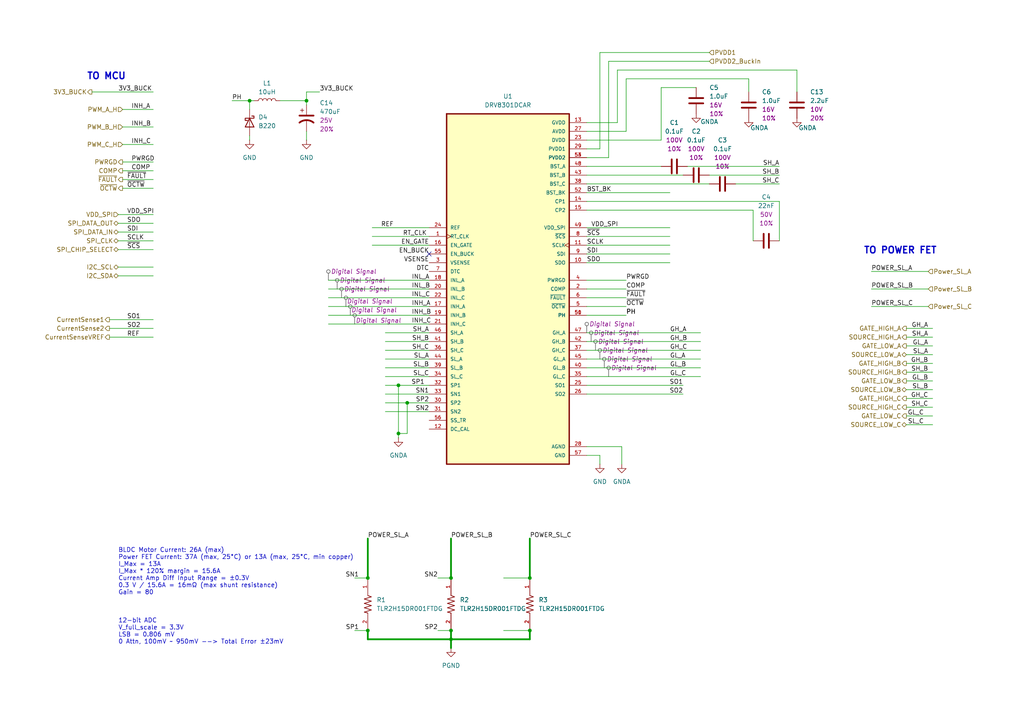
<source format=kicad_sch>
(kicad_sch (version 20250114) (generator "eeschema") (generator_version "9.0")
  (paper "A4")
  (lib_symbols
    (symbol "0.1uF_0603_100V_10%_1" (pin_numbers (hide yes)) (pin_names (offset 0.254))
      (property "Reference" "C1" (at 12.7 0 90))
      (property "Value" "0.1uF" (at 10.16 0 90))
      (property "Voltage" "100V" (at 7.62 0 90))
      (property "Tolerance" "10%" (at 5.08 0 90))
      (symbol "0.1uF_0603_100V_10%_1_0_1"
        (polyline (pts (xy -2.032 0.762) (xy 2.032 0.762)) (stroke (width 0.508)))
        (polyline (pts (xy -2.032 -0.762) (xy 2.032 -0.762)) (stroke (width 0.508)))
      )
      (symbol "0.1uF_0603_100V_10%_1_1_1"
        (pin passive line (at 0 3.81 270) (length 2.794) (name "~") (number "1"))
        (pin passive line (at 0 -3.81 90) (length 2.794) (name "~") (number "2"))
      )
    )
    (symbol "DRV8301DCAR:DRV8301DCAR" (pin_names (offset 1.016))
      (property "Reference" "U" (at -17.8203 51.9275 0))
      (property "Value" "DRV8301DCAR" (at -17.8075 -54.8929 0))
      (symbol "DRV8301DCAR_0_0"
        (rectangle (start -17.78 -50.8) (end 17.78 50.8) (stroke (width 0.41)) (fill (type background)))
        (pin input line (at -22.86 17.78 0) (length 5.08) (name "REF") (number "24"))
        (pin input clock (at -22.86 15.24 0) (length 5.08) (name "RT_CLK") (number "1"))
        (pin input line (at -22.86 12.7 0) (length 5.08) (name "EN_GATE") (number "16"))
        (pin input line (at -22.86 10.16 0) (length 5.08) (name "EN_BUCK") (number "55"))
        (pin input line (at -22.86 7.62 0) (length 5.08) (name "VSENSE") (number "3"))
        (pin input line (at -22.86 5.08 0) (length 5.08) (name "DTC") (number "7"))
        (pin input line (at -22.86 2.54 0) (length 5.08) (name "INL_A") (number "18"))
        (pin input line (at -22.86 0 0) (length 5.08) (name "INL_B") (number "20"))
        (pin input line (at -22.86 -2.54 0) (length 5.08) (name "INL_C") (number "22"))
        (pin input line (at -22.86 -5.08 0) (length 5.08) (name "INH_A") (number "17"))
        (pin input line (at -22.86 -7.62 0) (length 5.08) (name "INH_B") (number "19"))
        (pin input line (at -22.86 -10.16 0) (length 5.08) (name "INH_C") (number "21"))
        (pin input line (at -22.86 -12.7 0) (length 5.08) (name "SH_A") (number "46"))
        (pin input line (at -22.86 -15.24 0) (length 5.08) (name "SH_B") (number "41"))
        (pin input line (at -22.86 -17.78 0) (length 5.08) (name "SH_C") (number "36"))
        (pin input line (at -22.86 -20.32 0) (length 5.08) (name "SL_A") (number "44"))
        (pin input line (at -22.86 -22.86 0) (length 5.08) (name "SL_B") (number "39"))
        (pin input line (at -22.86 -25.4 0) (length 5.08) (name "SL_C") (number "34"))
        (pin input line (at -22.86 -27.94 0) (length 5.08) (name "SP1") (number "32"))
        (pin input line (at -22.86 -30.48 0) (length 5.08) (name "SN1") (number "33"))
        (pin input line (at -22.86 -33.02 0) (length 5.08) (name "SP2") (number "30"))
        (pin input line (at -22.86 -35.56 0) (length 5.08) (name "SN2") (number "31"))
        (pin input line (at -22.86 -38.1 0) (length 5.08) (name "SS_TR") (number "56"))
        (pin input line (at -22.86 -40.64 0) (length 5.08) (name "DC_CAL") (number "12"))
        (pin power_in line (at 22.86 48.26 180) (length 5.08) (name "GVDD") (number "13"))
        (pin power_in line (at 22.86 45.72 180) (length 5.08) (name "AVDD") (number "27"))
        (pin power_in line (at 22.86 43.18 180) (length 5.08) (name "DVDD") (number "23"))
        (pin power_in line (at 22.86 40.64 180) (length 5.08) (name "PVDD1") (number "29"))
        (pin power_in line (at 22.86 38.1 180) (length 5.08) (name "PVDD2") (number "53"))
        (pin power_in line (at 22.86 38.1 180) (length 5.08) (name "PVDD2") (number "54"))
        (pin power_in line (at 22.86 35.56 180) (length 5.08) (name "BST_A") (number "48"))
        (pin power_in line (at 22.86 33.02 180) (length 5.08) (name "BST_B") (number "43"))
        (pin power_in line (at 22.86 30.48 180) (length 5.08) (name "BST_C") (number "38"))
        (pin power_in line (at 22.86 27.94 180) (length 5.08) (name "BST_BK") (number "52"))
        (pin power_in line (at 22.86 25.4 180) (length 5.08) (name "CP1") (number "14"))
        (pin power_in line (at 22.86 22.86 180) (length 5.08) (name "CP2") (number "15"))
        (pin input line (at 22.86 17.78 180) (length 5.08) (name "VDD_SPI") (number "49"))
        (pin input line (at 22.86 15.24 180) (length 5.08) (name "~{SCS}") (number "8"))
        (pin input clock (at 22.86 12.7 180) (length 5.08) (name "SCLK") (number "11"))
        (pin input line (at 22.86 10.16 180) (length 5.08) (name "SDI") (number "9"))
        (pin output line (at 22.86 7.62 180) (length 5.08) (name "SDO") (number "10"))
        (pin output line (at 22.86 2.54 180) (length 5.08) (name "PWRGD") (number "4"))
        (pin output line (at 22.86 0 180) (length 5.08) (name "COMP") (number "2"))
        (pin output line (at 22.86 -2.54 180) (length 5.08) (name "~{FAULT}") (number "6"))
        (pin output line (at 22.86 -5.08 180) (length 5.08) (name "~{OCTW}") (number "5"))
        (pin output line (at 22.86 -7.62 180) (length 5.08) (name "PH") (number "50"))
        (pin output line (at 22.86 -7.62 180) (length 5.08) (name "PH") (number "51"))
        (pin output line (at 22.86 -12.7 180) (length 5.08) (name "GH_A") (number "47"))
        (pin output line (at 22.86 -15.24 180) (length 5.08) (name "GH_B") (number "42"))
        (pin output line (at 22.86 -17.78 180) (length 5.08) (name "GH_C") (number "37"))
        (pin output line (at 22.86 -20.32 180) (length 5.08) (name "GL_A") (number "45"))
        (pin output line (at 22.86 -22.86 180) (length 5.08) (name "GL_B") (number "40"))
        (pin output line (at 22.86 -25.4 180) (length 5.08) (name "GL_C") (number "35"))
        (pin output line (at 22.86 -27.94 180) (length 5.08) (name "SO1") (number "25"))
        (pin output line (at 22.86 -30.48 180) (length 5.08) (name "SO2") (number "26"))
        (pin power_in line (at 22.86 -45.72 180) (length 5.08) (name "AGND") (number "28"))
        (pin power_in line (at 22.86 -48.26 180) (length 5.08) (name "GND") (number "57"))
      )
    )
    (symbol "Device:L" (pin_numbers (hide yes)) (pin_names (offset 1.016) (hide yes))
      (property "Reference" "L" (at -1.27 0 90))
      (property "Value" "L" (at 1.905 0 90))
      (symbol "L_0_1"
        (arc (start 0 2.54) (mid 0.6323 1.905) (end 0 1.27))
        (arc (start 0 1.27) (mid 0.6323 0.635) (end 0 0))
        (arc (start 0 0) (mid 0.6323 -0.635) (end 0 -1.27))
        (arc (start 0 -1.27) (mid 0.6323 -1.905) (end 0 -2.54))
      )
      (symbol "L_1_1"
        (pin passive line (at 0 3.81 270) (length 1.27) (name "1") (number "1"))
        (pin passive line (at 0 -3.81 90) (length 1.27) (name "2") (number "2"))
      )
    )
    (symbol "Diode:B220" (pin_numbers (hide yes)) (pin_names (offset 1.016) (hide yes))
      (property "Reference" "D" (at 0 2.54 0))
      (property "Value" "B220" (at 0 -2.54 0))
      (symbol "B220_0_1"
        (polyline (pts (xy -1.905 0.635) (xy -1.905 1.27) (xy -1.27 1.27) (xy -1.27 -1.27) (xy -0.635 -1.27) (xy -0.635 -0.635)) (stroke (width 0.254)))
        (polyline (pts (xy 1.27 1.27) (xy 1.27 -1.27) (xy -1.27 0) (xy 1.27 1.27)) (stroke (width 0.254)))
        (polyline (pts (xy 1.27 0) (xy -1.27 0)))
      )
      (symbol "B220_1_1"
        (pin passive line (at -3.81 0 0) (length 2.54) (name "K") (number "1"))
        (pin passive line (at 3.81 0 180) (length 2.54) (name "A") (number "2"))
      )
    )
    (symbol "SparkFun-Capacitor:0.1uF_0603_100V_10%" (pin_numbers (hide yes)) (pin_names (offset 0.254))
      (property "Reference" "C" (at 0.635 2.54 0))
      (property "Value" "0.1uF" (at 0.635 -2.54 0))
      (property "Voltage" "100V" (at 0 -6.35 0))
      (property "Tolerance" "10%" (at 0 -8.89 0))
      (symbol "0.1uF_0603_100V_10%_0_1"
        (polyline (pts (xy -2.032 0.762) (xy 2.032 0.762)) (stroke (width 0.508)))
        (polyline (pts (xy -2.032 -0.762) (xy 2.032 -0.762)) (stroke (width 0.508)))
      )
      (symbol "0.1uF_0603_100V_10%_1_1"
        (pin passive line (at 0 3.81 270) (length 2.794) (name "~") (number "1"))
        (pin passive line (at 0 -3.81 90) (length 2.794) (name "~") (number "2"))
      )
    )
    (symbol "SparkFun-Capacitor:1.0uF_0603_16V_10%" (pin_numbers (hide yes)) (pin_names (offset 0.254))
      (property "Reference" "C" (at 0.635 2.54 0))
      (property "Value" "1.0uF" (at 0.635 -2.54 0))
      (property "Voltage" "16V" (at 0 -6.35 0))
      (property "Tolerance" "10%" (at 0 -8.89 0))
      (symbol "1.0uF_0603_16V_10%_0_1"
        (polyline (pts (xy -2.032 0.762) (xy 2.032 0.762)) (stroke (width 0.508)))
        (polyline (pts (xy -2.032 -0.762) (xy 2.032 -0.762)) (stroke (width 0.508)))
      )
      (symbol "1.0uF_0603_16V_10%_1_1"
        (pin passive line (at 0 3.81 270) (length 2.794) (name "~") (number "1"))
        (pin passive line (at 0 -3.81 90) (length 2.794) (name "~") (number "2"))
      )
    )
    (symbol "SparkFun-Capacitor:2.2uF_0603_10V_20%" (pin_numbers (hide yes)) (pin_names (offset 0.254))
      (property "Reference" "C" (at 0.635 2.54 0))
      (property "Value" "2.2uF" (at 0.635 -2.54 0))
      (property "Voltage" "10V" (at 0 -6.35 0))
      (property "Tolerance" "20%" (at 0 -8.89 0))
      (symbol "2.2uF_0603_10V_20%_0_1"
        (polyline (pts (xy -2.032 0.762) (xy 2.032 0.762)) (stroke (width 0.508)))
        (polyline (pts (xy -2.032 -0.762) (xy 2.032 -0.762)) (stroke (width 0.508)))
      )
      (symbol "2.2uF_0603_10V_20%_1_1"
        (pin passive line (at 0 3.81 270) (length 2.794) (name "~") (number "1"))
        (pin passive line (at 0 -3.81 90) (length 2.794) (name "~") (number "2"))
      )
    )
    (symbol "SparkFun-Capacitor:22nF_0603_50V_10%" (pin_numbers (hide yes)) (pin_names (offset 0.254))
      (property "Reference" "C" (at 0.635 2.54 0))
      (property "Value" "22nF" (at 0.635 -2.54 0))
      (property "Voltage" "50V" (at 0 -6.35 0))
      (property "Tolerance" "10%" (at 0 -8.89 0))
      (symbol "22nF_0603_50V_10%_0_1"
        (polyline (pts (xy -2.032 0.762) (xy 2.032 0.762)) (stroke (width 0.508)))
        (polyline (pts (xy -2.032 -0.762) (xy 2.032 -0.762)) (stroke (width 0.508)))
      )
      (symbol "22nF_0603_50V_10%_1_1"
        (pin passive line (at 0 3.81 270) (length 2.794) (name "~") (number "1"))
        (pin passive line (at 0 -3.81 90) (length 2.794) (name "~") (number "2"))
      )
    )
    (symbol "SparkFun-Capacitor:470uF_10x10_25V_20%" (pin_numbers (hide yes)) (pin_names (offset 0.254) (hide yes))
      (property "Reference" "C" (at 0.635 2.54 0))
      (property "Value" "470uF" (at 0.635 -2.54 0))
      (property "Voltage" "25V" (at 0 -7.62 0))
      (property "Tolerance" "20%" (at 0 -10.16 0))
      (symbol "470uF_10x10_25V_20%_0_1"
        (polyline (pts (xy -2.032 0.762) (xy 2.032 0.762)) (stroke (width 0.508)))
        (polyline (pts (xy -1.778 2.286) (xy -0.762 2.286)))
        (polyline (pts (xy -1.27 1.778) (xy -1.27 2.794)))
        (arc (start -2.032 -1.27) (mid 0 -0.5572) (end 2.032 -1.27) (stroke (width 0.508)))
      )
      (symbol "470uF_10x10_25V_20%_1_1"
        (pin passive line (at 0 3.81 270) (length 2.794) (name "~") (number "1"))
        (pin passive line (at 0 -3.81 90) (length 3.302) (name "~") (number "2"))
      )
    )
    (symbol "TLR2H15DR001FTDG:TLR2H15DR001FTDG" (pin_names (offset 1.016))
      (property "Reference" "R" (at -3.8117 1.4993 0))
      (property "Value" "TLR2H15DR001FTDG" (at -3.8149 -3.3062 0))
      (symbol "TLR2H15DR001FTDG_0_0"
        (polyline (pts (xy -2.54 0) (xy -2.159 1.016)) (stroke (width 0.2032)))
        (polyline (pts (xy -2.159 1.016) (xy -1.524 -1.016)) (stroke (width 0.2032)))
        (polyline (pts (xy -1.524 -1.016) (xy -0.889 1.016)) (stroke (width 0.2032)))
        (polyline (pts (xy -0.889 1.016) (xy -0.254 -1.016)) (stroke (width 0.2032)))
        (polyline (pts (xy -0.254 -1.016) (xy 0.381 1.016)) (stroke (width 0.2032)))
        (polyline (pts (xy 0.381 1.016) (xy 1.016 -1.016)) (stroke (width 0.2032)))
        (polyline (pts (xy 1.016 -1.016) (xy 1.651 1.016)) (stroke (width 0.2032)))
        (polyline (pts (xy 1.651 1.016) (xy 2.286 -1.016)) (stroke (width 0.2032)))
        (polyline (pts (xy 2.286 -1.016) (xy 2.54 0)) (stroke (width 0.2032)))
        (pin passive line (at -7.62 0 0) (length 5.08) (name "~") (number "1"))
        (pin passive line (at 7.62 0 180) (length 5.08) (name "~") (number "2"))
      )
    )
    (symbol "power:GND" (power) (pin_numbers (hide yes)) (pin_names (offset 0) (hide yes))
      (property "Value" "GND" (at 0 -3.81 0))
      (symbol "GND_0_1"
        (polyline (pts (xy 0 0) (xy 0 -1.27) (xy 1.27 -1.27) (xy 0 -2.54) (xy -1.27 -1.27) (xy 0 -1.27)))
      )
      (symbol "GND_1_1"
        (pin power_in line (at 0 0 270) (length 0) (name "~") (number "1"))
      )
    )
    (symbol "power:GNDA" (power) (pin_numbers (hide yes)) (pin_names (offset 0) (hide yes))
      (property "Value" "GNDA" (at 0 -3.81 0))
      (symbol "GNDA_0_1"
        (polyline (pts (xy 0 0) (xy 0 -1.27) (xy 1.27 -1.27) (xy 0 -2.54) (xy -1.27 -1.27) (xy 0 -1.27)))
      )
      (symbol "GNDA_1_1"
        (pin power_in line (at 0 0 270) (length 0) (name "~") (number "1"))
      )
    )
  )
  (text "BLDC Motor Current: 26A (max)\nPower FET Current: 37A (max, 25°C) or 13A (max, 25°C, min copper)\nI_Max = 13A\nI_Max * 120% margin = 15.6A\nCurrent Amp Diff Input Range = ±0.3V\n0.3 V / 15.6A = 16mΩ (max shunt resistance)\nGain = 80\n\n\n\n12-bit ADC \nV_full_scale = 3.3V\nLSB = 0.806 mV\n0 Attn, 100mV ~ 950mV --> Total Error ±23mV\n\n\n" (at 34.29 175.006 0) (effects (font (size 1.27 1.27)) (justify left)))
  (text "TO MCU" (at 25.146 21.082 0) (effects (font (size 1.905 1.905) (thickness 0.381) (bold yes)) (justify left top)))
  (text "TO POWER FET" (at 250.444 71.628 0) (effects (font (size 1.905 1.905) (thickness 0.381) (bold yes)) (justify left top)))
  (junction (at 115.57 111.76))
  (junction (at 153.67 182.88))
  (junction (at 106.68 182.88))
  (junction (at 88.9 29.21))
  (junction (at 130.81 182.88))
  (junction (at 115.57 125.73))
  (junction (at 72.39 29.21))
  (junction (at 130.81 185.42))
  (junction (at 106.68 167.64))
  (junction (at 130.81 167.64))
  (junction (at 118.11 116.84))
  (junction (at 153.67 167.64))
  (no_connect (at 124.46 73.66))
  (wire (pts (xy 181.61 83.82) (xy 170.18 83.82)))
  (wire (pts (xy 218.44 69.85) (xy 218.44 60.96)))
  (wire (pts (xy 111.76 116.84) (xy 118.11 116.84)))
  (wire (pts (xy 44.45 31.75) (xy 35.56 31.75)))
  (wire (pts (xy 111.76 101.6) (xy 124.46 101.6)))
  (wire (pts (xy 34.29 62.23) (xy 44.45 62.23)))
  (wire (pts (xy 102.87 182.88) (xy 106.68 182.88)))
  (wire (pts (xy 170.18 71.12) (xy 194.31 71.12)))
  (wire (pts (xy 95.25 83.82) (xy 124.46 83.82)))
  (wire (pts (xy 31.75 95.25) (xy 44.45 95.25)))
  (wire (pts (xy 170.18 111.76) (xy 198.12 111.76)))
  (wire (pts (xy 262.89 97.79) (xy 270.51 97.79)))
  (wire (pts (xy 106.68 185.42) (xy 130.81 185.42)) (stroke (width 0.508)))
  (wire (pts (xy 170.18 106.68) (xy 203.2 106.68)))
  (wire (pts (xy 115.57 111.76) (xy 124.46 111.76)))
  (wire (pts (xy 153.67 156.21) (xy 153.67 167.64)) (stroke (width 0.508)))
  (wire (pts (xy 72.39 29.21) (xy 72.39 31.75)))
  (wire (pts (xy 176.53 45.72) (xy 176.53 17.78)))
  (wire (pts (xy 181.61 86.36) (xy 170.18 86.36)))
  (wire (pts (xy 252.73 88.9) (xy 269.24 88.9)))
  (wire (pts (xy 231.14 20.32) (xy 231.14 26.67)))
  (wire (pts (xy 170.18 68.58) (xy 194.31 68.58)))
  (wire (pts (xy 44.45 49.53) (xy 35.56 49.53)))
  (wire (pts (xy 170.18 55.88) (xy 194.31 55.88)))
  (wire (pts (xy 173.99 132.08) (xy 170.18 132.08)))
  (wire (pts (xy 262.89 120.65) (xy 270.51 120.65)))
  (wire (pts (xy 262.89 118.11) (xy 270.51 118.11)))
  (wire (pts (xy 146.05 182.88) (xy 153.67 182.88)))
  (wire (pts (xy 118.11 116.84) (xy 118.11 125.73)))
  (wire (pts (xy 170.18 45.72) (xy 176.53 45.72)))
  (wire (pts (xy 180.34 129.54) (xy 180.34 134.62)))
  (wire (pts (xy 170.18 129.54) (xy 180.34 129.54)))
  (wire (pts (xy 262.89 102.87) (xy 270.51 102.87)))
  (wire (pts (xy 170.18 104.14) (xy 203.2 104.14)))
  (wire (pts (xy 213.36 53.34) (xy 226.06 53.34)))
  (wire (pts (xy 106.68 156.21) (xy 106.68 167.64)) (stroke (width 0.508)))
  (wire (pts (xy 95.25 86.36) (xy 124.46 86.36)))
  (wire (pts (xy 146.05 167.64) (xy 153.67 167.64)))
  (wire (pts (xy 170.18 40.64) (xy 191.77 40.64)))
  (wire (pts (xy 226.06 69.85) (xy 226.06 58.42)))
  (wire (pts (xy 111.76 96.52) (xy 124.46 96.52)))
  (wire (pts (xy 262.89 107.95) (xy 270.51 107.95)))
  (wire (pts (xy 170.18 114.3) (xy 198.12 114.3)))
  (wire (pts (xy 262.89 123.19) (xy 270.51 123.19)))
  (wire (pts (xy 44.45 52.07) (xy 35.56 52.07)))
  (wire (pts (xy 173.99 15.24) (xy 205.74 15.24)))
  (wire (pts (xy 111.76 114.3) (xy 124.46 114.3)))
  (wire (pts (xy 106.68 182.88) (xy 106.68 185.42)) (stroke (width 0.508)))
  (wire (pts (xy 262.89 105.41) (xy 270.51 105.41)))
  (wire (pts (xy 181.61 88.9) (xy 170.18 88.9)))
  (wire (pts (xy 107.95 66.04) (xy 124.46 66.04)))
  (wire (pts (xy 102.87 167.64) (xy 106.68 167.64)))
  (wire (pts (xy 34.29 64.77) (xy 44.45 64.77)))
  (wire (pts (xy 170.18 50.8) (xy 198.12 50.8)))
  (wire (pts (xy 111.76 119.38) (xy 124.46 119.38)))
  (wire (pts (xy 124.46 99.06) (xy 111.76 99.06)))
  (wire (pts (xy 262.89 100.33) (xy 270.51 100.33)))
  (wire (pts (xy 170.18 96.52) (xy 203.2 96.52)))
  (wire (pts (xy 130.81 156.21) (xy 130.81 167.64)) (stroke (width 0.508)))
  (wire (pts (xy 181.61 91.44) (xy 170.18 91.44)))
  (wire (pts (xy 181.61 81.28) (xy 170.18 81.28)))
  (wire (pts (xy 31.75 92.71) (xy 44.45 92.71)))
  (wire (pts (xy 111.76 111.76) (xy 115.57 111.76)))
  (wire (pts (xy 92.71 26.67) (xy 88.9 26.67)))
  (wire (pts (xy 44.45 54.61) (xy 35.56 54.61)))
  (wire (pts (xy 181.61 38.1) (xy 181.61 22.86)))
  (wire (pts (xy 88.9 38.1) (xy 88.9 40.64)))
  (wire (pts (xy 34.29 80.01) (xy 44.45 80.01)))
  (wire (pts (xy 118.11 125.73) (xy 115.57 125.73)))
  (wire (pts (xy 170.18 99.06) (xy 203.2 99.06)))
  (wire (pts (xy 191.77 40.64) (xy 191.77 25.4)))
  (wire (pts (xy 124.46 109.22) (xy 111.76 109.22)))
  (wire (pts (xy 127 167.64) (xy 130.81 167.64)))
  (wire (pts (xy 115.57 125.73) (xy 115.57 127)))
  (wire (pts (xy 118.11 116.84) (xy 124.46 116.84)))
  (wire (pts (xy 67.31 29.21) (xy 72.39 29.21)))
  (wire (pts (xy 262.89 113.03) (xy 270.51 113.03)))
  (wire (pts (xy 199.39 48.26) (xy 226.06 48.26)))
  (wire (pts (xy 170.18 73.66) (xy 194.31 73.66)))
  (wire (pts (xy 115.57 111.76) (xy 115.57 125.73)))
  (wire (pts (xy 170.18 76.2) (xy 194.31 76.2)))
  (wire (pts (xy 107.95 68.58) (xy 124.46 68.58)))
  (wire (pts (xy 34.29 69.85) (xy 44.45 69.85)))
  (wire (pts (xy 173.99 134.62) (xy 173.99 132.08)))
  (wire (pts (xy 191.77 25.4) (xy 201.93 25.4)))
  (wire (pts (xy 181.61 22.86) (xy 217.17 22.86)))
  (wire (pts (xy 153.67 182.88) (xy 153.67 185.42)) (stroke (width 0.508)))
  (wire (pts (xy 270.51 95.25) (xy 262.89 95.25)))
  (wire (pts (xy 170.18 109.22) (xy 203.2 109.22)))
  (wire (pts (xy 34.29 77.47) (xy 44.45 77.47)))
  (wire (pts (xy 72.39 39.37) (xy 72.39 40.64)))
  (wire (pts (xy 44.45 36.83) (xy 35.56 36.83)))
  (wire (pts (xy 262.89 115.57) (xy 270.51 115.57)))
  (wire (pts (xy 44.45 41.91) (xy 35.56 41.91)))
  (wire (pts (xy 217.17 22.86) (xy 217.17 26.67)))
  (wire (pts (xy 170.18 48.26) (xy 191.77 48.26)))
  (wire (pts (xy 179.07 20.32) (xy 231.14 20.32)))
  (wire (pts (xy 170.18 53.34) (xy 205.74 53.34)))
  (wire (pts (xy 111.76 104.14) (xy 124.46 104.14)))
  (wire (pts (xy 130.81 167.64) (xy 130.81 166.37)))
  (wire (pts (xy 252.73 83.82) (xy 269.24 83.82)))
  (wire (pts (xy 95.25 91.44) (xy 124.46 91.44)))
  (wire (pts (xy 218.44 60.96) (xy 170.18 60.96)))
  (wire (pts (xy 130.81 185.42) (xy 130.81 187.96)) (stroke (width 0.508)))
  (wire (pts (xy 170.18 66.04) (xy 194.31 66.04)))
  (wire (pts (xy 95.25 81.28) (xy 124.46 81.28)))
  (wire (pts (xy 88.9 29.21) (xy 88.9 30.48)))
  (wire (pts (xy 88.9 29.21) (xy 81.28 29.21)))
  (wire (pts (xy 95.25 88.9) (xy 124.46 88.9)))
  (wire (pts (xy 252.73 78.74) (xy 269.24 78.74)))
  (wire (pts (xy 72.39 29.21) (xy 73.66 29.21)))
  (wire (pts (xy 179.07 35.56) (xy 179.07 20.32)))
  (wire (pts (xy 170.18 101.6) (xy 203.2 101.6)))
  (wire (pts (xy 127 182.88) (xy 130.81 182.88)))
  (wire (pts (xy 44.45 46.99) (xy 35.56 46.99)))
  (wire (pts (xy 31.75 97.79) (xy 44.45 97.79)))
  (wire (pts (xy 226.06 58.42) (xy 170.18 58.42)))
  (wire (pts (xy 205.74 50.8) (xy 226.06 50.8)))
  (wire (pts (xy 176.53 17.78) (xy 205.74 17.78)))
  (wire (pts (xy 34.29 72.39) (xy 44.45 72.39)))
  (wire (pts (xy 34.29 67.31) (xy 44.45 67.31)))
  (wire (pts (xy 173.99 15.24) (xy 173.99 43.18)))
  (wire (pts (xy 130.81 182.88) (xy 130.81 185.42)) (stroke (width 0.508)))
  (wire (pts (xy 26.67 26.67) (xy 44.45 26.67)))
  (wire (pts (xy 170.18 43.18) (xy 173.99 43.18)))
  (wire (pts (xy 170.18 38.1) (xy 181.61 38.1)))
  (wire (pts (xy 124.46 106.68) (xy 111.76 106.68)))
  (wire (pts (xy 95.25 93.98) (xy 124.46 93.98)))
  (wire (pts (xy 170.18 35.56) (xy 179.07 35.56)))
  (wire (pts (xy 262.89 110.49) (xy 270.51 110.49)))
  (wire (pts (xy 107.95 71.12) (xy 124.46 71.12)))
  (wire (pts (xy 88.9 26.67) (xy 88.9 29.21)))
  (wire (pts (xy 130.81 185.42) (xy 153.67 185.42)) (stroke (width 0.508)))
  (label "POWER_SL_B" (at 252.73 83.82 0))
  (label "SP2" (at 124.46 116.84 180))
  (label "SP2" (at 127 182.88 180))
  (label "PH" (at 67.31 29.21 0))
  (label "SO2" (at 36.83 95.25 0))
  (label "REF" (at 110.49 66.04 0))
  (label "3V3_BUCK" (at 34.29 26.67 0))
  (label "PWRGD" (at 38.1 46.99 0))
  (label "VSENSE" (at 124.46 76.2 180))
  (label "SH_B" (at 226.06 50.8 180))
  (label "SDO" (at 170.18 76.2 0))
  (label "~{SCS}" (at 36.83 72.39 0))
  (label "INH_A" (at 38.1 31.75 0))
  (label "GL_A" (at 269.24 100.33 180))
  (label "GH_C" (at 194.31 101.6 0))
  (label "GH_B" (at 269.24 105.41 180))
  (label "SL_B" (at 124.46 106.68 180))
  (label "SH_A" (at 124.46 96.52 180))
  (label "SH_B" (at 124.46 99.06 180))
  (label "INH_A" (at 119.38 88.9 0))
  (label "GL_B" (at 269.24 110.49 180))
  (label "SO2" (at 198.12 114.3 180))
  (label "POWER_SL_A" (at 252.73 78.74 0))
  (label "INH_B" (at 38.1 36.83 0))
  (label "GH_C" (at 269.24 115.57 180))
  (label "VDD_SPI" (at 171.45 66.04 0))
  (label "INH_C" (at 119.38 93.98 0))
  (label "SH_C" (at 124.46 101.6 180))
  (label "SH_B" (at 269.24 107.95 180))
  (label "SP1" (at 123.19 111.76 180))
  (label "SDO" (at 36.83 64.77 0))
  (label "RT_CLK" (at 116.84 68.58 0))
  (label "BST_BK" (at 170.18 55.88 0))
  (label "~{FAULT}" (at 36.83 52.07 0))
  (label "SL_C" (at 124.46 109.22 180))
  (label "SL_A" (at 124.46 104.14 180))
  (label "SP1" (at 104.14 182.88 180))
  (label "GL_C" (at 194.31 109.22 0))
  (label "EN_GATE" (at 124.46 71.12 180))
  (label "INL_B" (at 119.38 83.82 0))
  (label "SH_A" (at 226.06 48.26 180))
  (label "POWER_SL_A" (at 106.68 156.21 0))
  (label "INH_C" (at 38.1 41.91 0))
  (label "PH" (at 181.61 91.44 0))
  (label "EN_BUCK" (at 124.46 73.66 180))
  (label "SO1" (at 198.12 111.76 180))
  (label "SL_A" (at 269.24 102.87 180))
  (label "INH_B" (at 119.38 91.44 0))
  (label "SL_C" (at 267.97 123.19 180))
  (label "POWER_SL_C" (at 153.67 156.21 0))
  (label "SN2" (at 127 167.64 180))
  (label "GL_A" (at 194.31 104.14 0))
  (label "SO1" (at 36.83 92.71 0))
  (label "SH_A" (at 269.24 97.79 180))
  (label "PWRGD" (at 181.61 81.28 0))
  (label "SDI" (at 170.18 73.66 0))
  (label "POWER_SL_B" (at 130.81 156.21 0))
  (label "~{OCTW}" (at 36.83 54.61 0))
  (label "GL_B" (at 194.31 106.68 0))
  (label "SCLK" (at 170.18 71.12 0))
  (label "SN1" (at 124.46 114.3 180))
  (label "GH_A" (at 194.31 96.52 0))
  (label "INL_C" (at 119.38 86.36 0))
  (label "GL_C" (at 267.97 120.65 180))
  (label "DTC" (at 124.46 78.74 180))
  (label "COMP" (at 181.61 83.82 0))
  (label "3V3_BUCK" (at 92.71 26.67 0))
  (label "~{OCTW}" (at 181.61 88.9 0))
  (label "GH_A" (at 269.24 95.25 180))
  (label "REF" (at 36.83 97.79 0))
  (label "SH_C" (at 226.06 53.34 180))
  (label "GH_B" (at 194.31 99.06 0))
  (label "INL_A" (at 119.38 81.28 0))
  (label "PH" (at 181.61 91.44 0))
  (label "COMP" (at 38.1 49.53 0))
  (label "SN2" (at 124.46 119.38 180))
  (label "~{FAULT}" (at 181.61 86.36 0))
  (label "POWER_SL_C" (at 252.73 88.9 0))
  (label "VDD_SPI" (at 36.83 62.23 0))
  (label "SH_C" (at 269.24 118.11 180))
  (label "SN1" (at 104.14 167.64 180))
  (label "SDI" (at 36.83 67.31 0))
  (label "SCLK" (at 36.83 69.85 0))
  (label "~{SCS}" (at 170.18 68.58 0))
  (label "SL_B" (at 269.24 113.03 180))
  (hierarchical_label "CurrentSense1" (shape output) (at 31.75 92.71 180))
  (hierarchical_label "~{OCTW}" (shape output) (at 35.56 54.61 180))
  (hierarchical_label "3V3_BUCK" (shape output) (at 26.67 26.67 180))
  (hierarchical_label "SOURCE_HIGH_C" (shape output) (at 262.89 118.11 180))
  (hierarchical_label "CurrentSenseVREF" (shape output) (at 31.75 97.79 180))
  (hierarchical_label "PWRGD" (shape output) (at 35.56 46.99 180))
  (hierarchical_label "Power_SL_B" (shape input) (at 269.24 83.82 0))
  (hierarchical_label "I2C_SDA" (shape bidirectional) (at 34.29 80.01 180))
  (hierarchical_label "SOURCE_HIGH_B" (shape output) (at 262.89 107.95 180))
  (hierarchical_label "SPI_DATA_OUT" (shape bidirectional) (at 34.29 64.77 180))
  (hierarchical_label "GATE_HIGH_A" (shape output) (at 262.89 95.25 180))
  (hierarchical_label "SPI_CHIP_SELECT" (shape bidirectional) (at 34.29 72.39 180))
  (hierarchical_label "COMP" (shape output) (at 35.56 49.53 180))
  (hierarchical_label "PVDD2_BuckIn" (shape input) (at 205.74 17.78 0))
  (hierarchical_label "CurrentSense2" (shape output) (at 31.75 95.25 180))
  (hierarchical_label "PWM_C_H" (shape input) (at 35.56 41.91 180))
  (hierarchical_label "GATE_HIGH_C" (shape output) (at 262.89 115.57 180))
  (hierarchical_label "SOURCE_LOW_A" (shape bidirectional) (at 262.89 102.87 180))
  (hierarchical_label "SPI_DATA_IN" (shape bidirectional) (at 34.29 67.31 180))
  (hierarchical_label "GATE_LOW_A" (shape output) (at 262.89 100.33 180))
  (hierarchical_label "PWM_A_H" (shape input) (at 35.56 31.75 180))
  (hierarchical_label "Power_SL_C" (shape input) (at 269.24 88.9 0))
  (hierarchical_label "SPI_CLK" (shape bidirectional) (at 34.29 69.85 180))
  (hierarchical_label "SOURCE_HIGH_A" (shape output) (at 262.89 97.79 180))
  (hierarchical_label "GATE_HIGH_B" (shape output) (at 262.89 105.41 180))
  (hierarchical_label "I2C_SCL" (shape bidirectional) (at 34.29 77.47 180))
  (hierarchical_label "~{FAULT}" (shape output) (at 35.56 52.07 180))
  (hierarchical_label "SOURCE_LOW_C" (shape bidirectional) (at 262.89 123.19 180))
  (hierarchical_label "PVDD1" (shape input) (at 205.74 15.24 0))
  (hierarchical_label "GATE_LOW_C" (shape output) (at 262.89 120.65 180))
  (hierarchical_label "GATE_LOW_B" (shape output) (at 262.89 110.49 180))
  (hierarchical_label "VDD_SPI" (shape input) (at 34.29 62.23 180))
  (hierarchical_label "SOURCE_LOW_B" (shape bidirectional) (at 262.89 113.03 180))
  (hierarchical_label "PWM_B_H" (shape input) (at 35.56 36.83 180))
  (hierarchical_label "Power_SL_A" (shape input) (at 269.24 78.74 0))
  (netclass_flag "" (length 2.54) (shape round) (at 172.72 101.6 0) (property "Netclass" "Digital Signal" (at 173.4185 99.06 0) (effects (font (italic yes)) (justify left))))
  (netclass_flag "" (length 2.54) (shape round) (at 170.18 96.52 0) (property "Netclass" "Digital Signal" (at 170.8785 93.98 0) (effects (font (italic yes)) (justify left))))
  (netclass_flag "" (length 2.54) (shape round) (at 175.26 106.68 0) (property "Netclass" "Digital Signal" (at 175.9585 104.14 0) (effects (font (italic yes)) (justify left))))
  (netclass_flag "" (length 2.54) (shape round) (at 102.87 93.98 0) (property "Netclass" "Digital Signal" (at 103.124 92.964 0) (effects (font (italic yes)) (justify left))))
  (netclass_flag "" (length 2.54) (shape round) (at 101.6 91.44 0) (property "Netclass" "Digital Signal" (at 101.854 89.916 0) (effects (font (italic yes)) (justify left))))
  (netclass_flag "" (length 2.54) (shape round) (at 100.33 88.9 0) (property "Netclass" "Digital Signal" (at 100.584 87.376 0) (effects (font (italic yes)) (justify left))))
  (netclass_flag "" (length 2.54) (shape round) (at 176.53 109.22 0) (property "Netclass" "Digital Signal" (at 177.2285 106.68 0) (effects (font (italic yes)) (justify left))))
  (netclass_flag "" (length 2.54) (shape round) (at 173.99 104.14 0) (property "Netclass" "Digital Signal" (at 174.6885 101.6 0) (effects (font (italic yes)) (justify left))))
  (netclass_flag "" (length 2.54) (shape round) (at 99.06 86.36 0) (property "Netclass" "Digital Signal" (at 99.7585 83.82 0) (effects (font (italic yes)) (justify left))))
  (netclass_flag "" (length 2.54) (shape round) (at 95.25 81.28 0) (property "Netclass" "Digital Signal" (at 95.9485 78.74 0) (effects (font (italic yes)) (justify left))))
  (netclass_flag "" (length 2.54) (shape round) (at 97.79 83.82 0) (property "Netclass" "Digital Signal" (at 98.4885 81.28 0) (effects (font (italic yes)) (justify left))))
  (netclass_flag "" (length 2.54) (shape round) (at 171.45 99.06 0) (property "Netclass" "Digital Signal" (at 172.1485 96.52 0) (effects (font (italic yes)) (justify left))))
  (symbol (lib_id "power:GNDA") (at 201.93 33.02 0) (unit 1)
    (property "Reference" "#PWR08" (effects (hide yes)))
    (property "Value" "GNDA" (at 205.74 35.306 0))
    (property "Description" "Power symbol creates a global label with name \"GNDA\" , analog ground" (effects (hide yes)))
    (instances (project "Untitled" (path "" (reference "#PWR013") (unit 1))) (project "" (path "" (reference "#PWR08") (unit 1))))
  )
  (symbol (lib_id "SparkFun-Capacitor:0.1uF_0603_100V_10%") (at 201.93 50.8 90) (unit 1)
    (property "Reference" "C3" (at 201.93 38.1 90))
    (property "Value" "0.1uF" (at 201.93 40.64 90))
    (property "Footprint" "SparkFun-Capacitor:C_0603_1608Metric" (effects (hide yes)))
    (property "Datasheet" "https://cdn.sparkfun.com/assets/8/a/4/a/5/Kemet_Capacitor_Datasheet.pdf" (effects (hide yes)))
    (property "Description" "Unpolarized capacitor" (effects (hide yes)))
    (property "PROD_ID" "CAP-08390" (effects (hide yes)))
    (property "Voltage" "100V" (at 201.93 43.18 90))
    (property "Tolerance" "10%" (at 201.93 45.72 90))
    (instances (project "" (path "" (reference "C2") (unit 1))) (project "" (path "" (reference "C3") (unit 1))))
  )
  (symbol (lib_id "power:GNDA") (at 115.57 127 0) (unit 1)
    (property "Reference" "#PWR06" (effects (hide yes)))
    (property "Value" "GNDA" (at 115.57 132.08 0))
    (property "Description" "Power symbol creates a global label with name \"GNDA\" , analog ground" (effects (hide yes)))
  )
  (symbol (lib_id "power:GNDA") (at 217.17 34.29 0) (unit 1)
    (property "Reference" "#PWR09" (effects (hide yes)))
    (property "Value" "GNDA" (at 220.218 37.084 0))
    (property "Description" "Power symbol creates a global label with name \"GNDA\" , analog ground" (effects (hide yes)))
    (instances (project "Untitled" (path "" (reference "#PWR015") (unit 1))) (project "" (path "" (reference "#PWR09") (unit 1))))
  )
  (symbol (lib_id "SparkFun-Capacitor:470uF_10x10_25V_20%") (at 88.9 34.29 0) (unit 1)
    (property "Reference" "C14" (at 92.71 29.8449 0) (effects (justify left)))
    (property "Value" "470uF" (at 92.71 32.3849 0) (effects (justify left)))
    (property "Footprint" "Capacitor_SMD:CP_Elec_10x10" (effects (hide yes)))
    (property "Datasheet" "https://www.nichicon.co.jp/english/series_items/catalog_pdf/e-uud.pdf" (effects (hide yes)))
    (property "Description" "Polarized capacitor, US symbol" (effects (hide yes)))
    (property "Voltage" "25V" (at 92.71 34.9249 0) (effects (justify left)))
    (property "Tolerance" "20%" (at 92.71 37.4649 0) (effects (justify left)))
  )
  (symbol (lib_id "SparkFun-Capacitor:1.0uF_0603_16V_10%") (at 201.93 29.21 0) (unit 1)
    (property "Reference" "C2" (at 205.74 25.3999 0) (effects (justify left)))
    (property "Value" "1.0uF" (at 205.74 27.9399 0) (effects (justify left)))
    (property "Footprint" "SparkFun-Capacitor:C_0603_1608Metric" (effects (hide yes)))
    (property "Datasheet" "https://cdn.sparkfun.com/assets/8/a/4/a/5/Kemet_Capacitor_Datasheet.pdf" (effects (hide yes)))
    (property "Description" "Unpolarized capacitor" (effects (hide yes)))
    (property "PROD_ID" "CAP-13930" (effects (hide yes)))
    (property "Voltage" "16V" (at 205.74 30.4799 0) (effects (justify left)))
    (property "Tolerance" "10%" (at 205.74 33.0199 0) (effects (justify left)))
    (instances (project "" (path "" (reference "C5") (unit 1))) (project "" (path "" (reference "C2") (unit 1))))
  )
  (symbol (lib_id "power:GND") (at 88.9 40.64 0) (mirror y) (unit 1)
    (property "Reference" "#PWR019" (effects (hide yes)))
    (property "Value" "GND" (at 88.9 45.72 0))
    (property "Description" "Power symbol creates a global label with name \"GND\" , ground" (effects (hide yes)))
  )
  (symbol (lib_id "DRV8301DCAR:DRV8301DCAR") (at 147.32 83.82 0) (unit 1)
    (property "Reference" "U1" (at 147.32 27.94 0))
    (property "Value" "DRV8301DCAR" (at 147.32 30.48 0))
    (property "Footprint" "Package_SO:HTSSOP-56-1EP_6.1x14mm_P0.5mm_EP3.61x6.35mm" (effects (hide yes)))
    (property "STNADARD" "IPC-7351B" (effects (hide yes)))
    (property "MF" "Texas Instruments" (effects (hide yes)))
    (property "SNAPEDA_PACKAGE_ID" "5591" (effects (hide yes)))
    (property "Package" "HTSSOP-56 Texas Instruments" (effects (hide yes)))
    (property "Price" "None" (effects (hide yes)))
    (property "Check_prices" "https://www.snapeda.com/parts/DRV8301DCAR/Texas+Instruments/view-part/?ref=eda" (effects (hide yes)))
    (property "PARTREV" "F" (effects (hide yes)))
    (property "SnapEDA_Link" "https://www.snapeda.com/parts/DRV8301DCAR/Texas+Instruments/view-part/?ref=snap" (effects (hide yes)))
    (property "MP" "DRV8301DCAR" (effects (hide yes)))
    (property "Purchase-URL" "https://www.snapeda.com/api/url_track_click_mouser/?unipart_id=46687&manufacturer=Texas Instruments&part_name=DRV8301DCAR&search_term=drv8301" (effects (hide yes)))
    (property "Description_1" "\n65-V max 3-phase gate driver with buck regulator, current shunt amplifiers & SPI\n" (effects (hide yes)))
    (property "Availability" "In Stock" (effects (hide yes)))
    (property "MANUFACTURER" "Texas Instruments" (effects (hide yes)))
  )
  (symbol (lib_id "SparkFun-Capacitor:2.2uF_0603_10V_20%") (at 231.14 30.48 0) (unit 1)
    (property "Reference" "C13" (at 234.95 26.6699 0) (effects (justify left)))
    (property "Value" "2.2uF" (at 234.95 29.2099 0) (effects (justify left)))
    (property "Footprint" "Capacitor_SMD:C_0603_1608Metric_Pad1.08x0.95mm_HandSolder" (effects (hide yes)))
    (property "Datasheet" "https://cdn.sparkfun.com/assets/8/a/4/a/5/Kemet_Capacitor_Datasheet.pdf" (effects (hide yes)))
    (property "Description" "Unpolarized capacitor" (effects (hide yes)))
    (property "PROD_ID" "CAP-07888" (effects (hide yes)))
    (property "Voltage" "10V" (at 234.95 31.7499 0) (effects (justify left)))
    (property "Tolerance" "20%" (at 234.95 34.2899 0) (effects (justify left)))
  )
  (symbol (lib_id "power:GND") (at 173.99 134.62 0) (mirror y) (unit 1)
    (property "Reference" "#PWR03" (effects (hide yes)))
    (property "Value" "GND" (at 173.99 139.7 0))
    (property "Description" "Power symbol creates a global label with name \"GND\" , ground" (effects (hide yes)))
  )
  (symbol (lib_id "power:GNDA") (at 231.14 34.29 0) (unit 1)
    (property "Reference" "#PWR015" (effects (hide yes)))
    (property "Value" "GNDA" (at 234.188 37.084 0))
    (property "Description" "Power symbol creates a global label with name \"GNDA\" , analog ground" (effects (hide yes)))
  )
  (symbol (lib_id "TLR2H15DR001FTDG:TLR2H15DR001FTDG") (at 130.81 175.26 270) (unit 1)
    (property "Reference" "R2" (at 133.35 173.9899 90) (effects (justify left)))
    (property "Value" "TLR2H15DR001FTDG" (at 133.35 176.5299 90) (effects (justify left)))
    (property "Footprint" "snapmagic-footprints:RESC5025X70N" (effects (hide yes)))
    (property "Comment" "2176168-1" (effects (hide yes)))
    (property "MF" "TE Connectivity" (effects (hide yes)))
    (property "Power_Rating" "1.5 W" (effects (hide yes)))
    (property "Package" "2010" (effects (hide yes)))
    (property "Price" "None" (effects (hide yes)))
    (property "Check_prices" "https://www.snapeda.com/parts/TLR2H15DR001FTDG/TE+Connectivity+%252F+DEUTSCH/view-part/?ref=eda" (effects (hide yes)))
    (property "Resistance" ".001" (effects (hide yes)))
    (property "SnapEDA_Link" "https://www.snapeda.com/parts/TLR2H15DR001FTDG/TE+Connectivity+%252F+DEUTSCH/view-part/?ref=snap" (effects (hide yes)))
    (property "MP" "TLR2H15DR001FTDG" (effects (hide yes)))
    (property "EU_RoHS_Compliance" "Compliant" (effects (hide yes)))
    (property "Tolerance" "1%" (effects (hide yes)))
    (property "Availability" "In Stock" (effects (hide yes)))
    (property "Description_1" "\n                        \n                            TLR 2010 1.5W R001 1% 50PPM 2K RL\n                        \n" (effects (hide yes)))
  )
  (symbol (lib_id "SparkFun-Capacitor:1.0uF_0603_16V_10%") (at 217.17 30.48 0) (unit 1)
    (property "Reference" "C5" (at 220.98 26.6699 0) (effects (justify left)))
    (property "Value" "1.0uF" (at 220.98 29.2099 0) (effects (justify left)))
    (property "Footprint" "SparkFun-Capacitor:C_0603_1608Metric" (effects (hide yes)))
    (property "Datasheet" "https://cdn.sparkfun.com/assets/8/a/4/a/5/Kemet_Capacitor_Datasheet.pdf" (effects (hide yes)))
    (property "Description" "Unpolarized capacitor" (effects (hide yes)))
    (property "PROD_ID" "CAP-13930" (effects (hide yes)))
    (property "Voltage" "16V" (at 220.98 31.7499 0) (effects (justify left)))
    (property "Tolerance" "10%" (at 220.98 34.2899 0) (effects (justify left)))
    (instances (project "Untitled" (path "" (reference "C6") (unit 1))) (project "" (path "" (reference "C5") (unit 1))))
  )
  (symbol (lib_id "power:GNDA") (at 180.34 134.62 0) (unit 1)
    (property "Reference" "#PWR07" (effects (hide yes)))
    (property "Value" "GNDA" (at 180.34 139.7 0))
    (property "Description" "Power symbol creates a global label with name \"GNDA\" , analog ground" (effects (hide yes)))
    (instances (project "Untitled" (path "" (reference "#PWR012") (unit 1))) (project "" (path "" (reference "#PWR07") (unit 1))))
  )
  (symbol (lib_id "Device:L") (at 77.47 29.21 90) (unit 1)
    (property "Reference" "L1" (at 77.47 24.13 90))
    (property "Value" "10uH" (at 77.47 26.67 90))
    (property "Footprint" "Inductor_SMD:L_Taiyo-Yuden_NR-50xx_HandSoldering" (effects (hide yes)))
    (property "Description" "Inductor" (effects (hide yes)))
  )
  (symbol (lib_id "power:GNDA") (at 130.81 187.96 0) (unit 1)
    (property "Reference" "#PWR04" (effects (hide yes)))
    (property "Value" "PGND" (at 130.81 193.04 0))
    (property "Description" "Power symbol creates a global label with name \"GNDA\" , analog ground" (effects (hide yes)))
  )
  (symbol (lib_id "Diode:B220") (at 72.39 35.56 270) (unit 1)
    (property "Reference" "D4" (at 74.93 33.9724 90) (effects (justify left)))
    (property "Value" "B220" (at 74.93 36.5124 90) (effects (justify left)))
    (property "Footprint" "Diode_SMD:D_SMB" (effects (hide yes)))
    (property "Datasheet" "http://www.jameco.com/Jameco/Products/ProdDS/1538777.pdf" (effects (hide yes)))
    (property "Description" "20V 2A Schottky Barrier Rectifier Diode, SMB" (effects (hide yes)))
  )
  (symbol (lib_id "power:GND") (at 72.39 40.64 0) (mirror y) (unit 1)
    (property "Reference" "#PWR022" (effects (hide yes)))
    (property "Value" "GND" (at 72.39 45.72 0))
    (property "Description" "Power symbol creates a global label with name \"GND\" , ground" (effects (hide yes)))
  )
  (symbol (lib_id "SparkFun-Capacitor:0.1uF_0603_100V_10%") (at 209.55 53.34 90) (unit 1)
    (property "Reference" "C4" (at 209.55 40.64 90))
    (property "Value" "0.1uF" (at 209.55 43.18 90))
    (property "Footprint" "SparkFun-Capacitor:C_0603_1608Metric" (effects (hide yes)))
    (property "Datasheet" "https://cdn.sparkfun.com/assets/8/a/4/a/5/Kemet_Capacitor_Datasheet.pdf" (effects (hide yes)))
    (property "Description" "Unpolarized capacitor" (effects (hide yes)))
    (property "PROD_ID" "CAP-08390" (effects (hide yes)))
    (property "Voltage" "100V" (at 209.55 45.72 90))
    (property "Tolerance" "10%" (at 209.55 48.26 90))
    (instances (project "" (path "" (reference "C3") (unit 1))) (project "" (path "" (reference "C4") (unit 1))))
  )
  (symbol (lib_id "TLR2H15DR001FTDG:TLR2H15DR001FTDG") (at 106.68 175.26 270) (unit 1)
    (property "Reference" "R1" (at 109.22 173.9899 90) (effects (justify left)))
    (property "Value" "TLR2H15DR001FTDG" (at 109.22 176.5299 90) (effects (justify left)))
    (property "Footprint" "snapmagic-footprints:RESC5025X70N" (effects (hide yes)))
    (property "Comment" "2176168-1" (effects (hide yes)))
    (property "MF" "TE Connectivity" (effects (hide yes)))
    (property "Power_Rating" "1.5 W" (effects (hide yes)))
    (property "Package" "2010" (effects (hide yes)))
    (property "Price" "None" (effects (hide yes)))
    (property "Check_prices" "https://www.snapeda.com/parts/TLR2H15DR001FTDG/TE+Connectivity+%252F+DEUTSCH/view-part/?ref=eda" (effects (hide yes)))
    (property "Resistance" ".001" (effects (hide yes)))
    (property "SnapEDA_Link" "https://www.snapeda.com/parts/TLR2H15DR001FTDG/TE+Connectivity+%252F+DEUTSCH/view-part/?ref=snap" (effects (hide yes)))
    (property "MP" "TLR2H15DR001FTDG" (effects (hide yes)))
    (property "EU_RoHS_Compliance" "Compliant" (effects (hide yes)))
    (property "Tolerance" "1%" (effects (hide yes)))
    (property "Availability" "In Stock" (effects (hide yes)))
    (property "Description_1" "\n                        \n                            TLR 2010 1.5W R001 1% 50PPM 2K RL\n                        \n" (effects (hide yes)))
  )
  (symbol (lib_id "SparkFun-Capacitor:22nF_0603_50V_10%") (at 222.25 69.85 270) (unit 1)
    (property "Reference" "C6" (at 222.25 57.15 90))
    (property "Value" "22nF" (at 222.25 59.69 90))
    (property "Footprint" "SparkFun-Capacitor:C_0603_1608Metric" (effects (hide yes)))
    (property "Datasheet" "https://datasheets.kyocera-avx.com/X7RDielectric.pdf" (effects (hide yes)))
    (property "Description" "Unpolarized capacitor" (effects (hide yes)))
    (property "PROD_ID" "CAP-07885" (effects (hide yes)))
    (property "Voltage" "50V" (at 222.25 62.23 90))
    (property "Tolerance" "10%" (at 222.25 64.77 90))
    (instances (project "" (path "" (reference "C4") (unit 1))) (project "" (path "" (reference "C6") (unit 1))))
  )
  (symbol (lib_id "TLR2H15DR001FTDG:TLR2H15DR001FTDG") (at 153.67 175.26 270) (unit 1)
    (property "Reference" "R3" (at 156.21 173.9899 90) (effects (justify left)))
    (property "Value" "TLR2H15DR001FTDG" (at 156.21 176.5299 90) (effects (justify left)))
    (property "Footprint" "snapmagic-footprints:RESC5025X70N" (effects (hide yes)))
    (property "Comment" "2176168-1" (effects (hide yes)))
    (property "MF" "TE Connectivity" (effects (hide yes)))
    (property "Power_Rating" "1.5 W" (effects (hide yes)))
    (property "Package" "2010" (effects (hide yes)))
    (property "Price" "None" (effects (hide yes)))
    (property "Check_prices" "https://www.snapeda.com/parts/TLR2H15DR001FTDG/TE+Connectivity+%252F+DEUTSCH/view-part/?ref=eda" (effects (hide yes)))
    (property "Resistance" ".001" (effects (hide yes)))
    (property "SnapEDA_Link" "https://www.snapeda.com/parts/TLR2H15DR001FTDG/TE+Connectivity+%252F+DEUTSCH/view-part/?ref=snap" (effects (hide yes)))
    (property "MP" "TLR2H15DR001FTDG" (effects (hide yes)))
    (property "EU_RoHS_Compliance" "Compliant" (effects (hide yes)))
    (property "Tolerance" "1%" (effects (hide yes)))
    (property "Availability" "In Stock" (effects (hide yes)))
    (property "Description_1" "\n                        \n                            TLR 2010 1.5W R001 1% 50PPM 2K RL\n                        \n" (effects (hide yes)))
  )
  (symbol (lib_name "0.1uF_0603_100V_10%_1") (lib_id "SparkFun-Capacitor:0.1uF_0603_100V_10%") (at 195.58 48.26 90) (unit 1)
    (property "Reference" "C1" (at 195.58 35.56 90))
    (property "Value" "0.1uF" (at 195.58 38.1 90))
    (property "Footprint" "SparkFun-Capacitor:C_0603_1608Metric" (effects (hide yes)))
    (property "Datasheet" "https://cdn.sparkfun.com/assets/8/a/4/a/5/Kemet_Capacitor_Datasheet.pdf" (effects (hide yes)))
    (property "Description" "Unpolarized capacitor" (effects (hide yes)))
    (property "PROD_ID" "CAP-08390" (effects (hide yes)))
    (property "Voltage" "100V" (at 195.58 40.64 90))
    (property "Tolerance" "10%" (at 195.58 43.18 90))
  )
)
</source>
